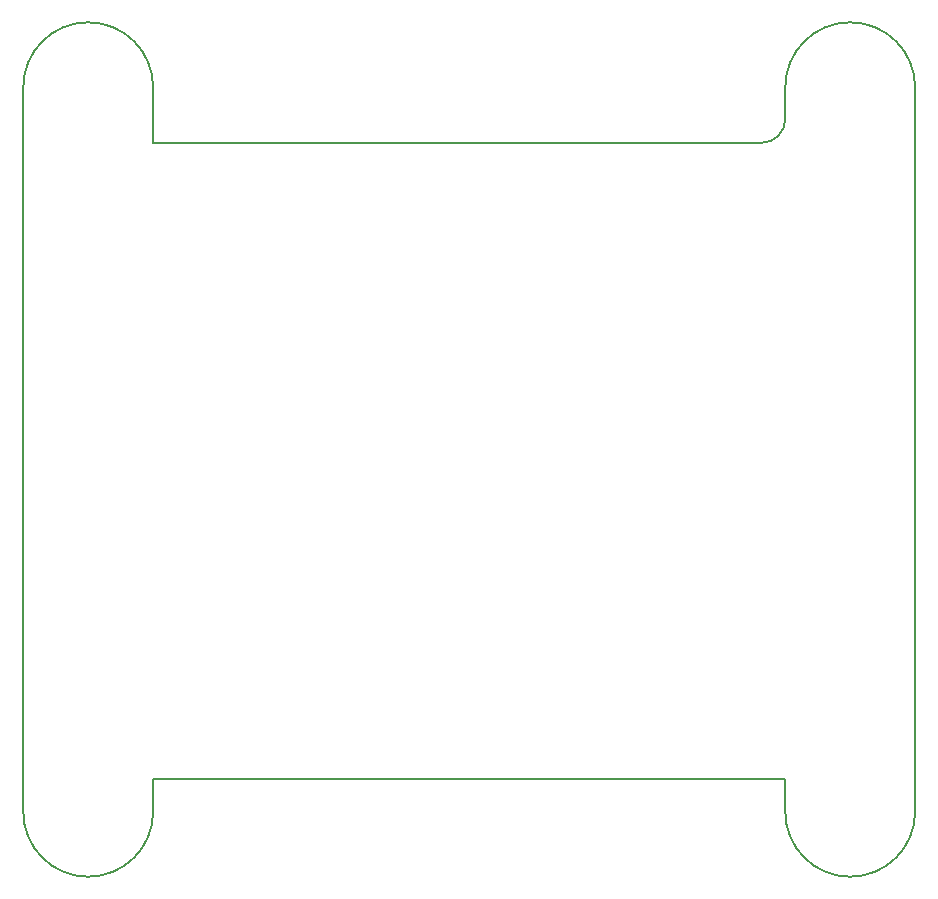
<source format=gbr>
%TF.GenerationSoftware,KiCad,Pcbnew,7.0.2*%
%TF.CreationDate,2024-05-01T19:32:08+01:00*%
%TF.ProjectId,PowerButtonPi,506f7765-7242-4757-9474-6f6e50692e6b,rev?*%
%TF.SameCoordinates,Original*%
%TF.FileFunction,Profile,NP*%
%FSLAX46Y46*%
G04 Gerber Fmt 4.6, Leading zero omitted, Abs format (unit mm)*
G04 Created by KiCad (PCBNEW 7.0.2) date 2024-05-01 19:32:08*
%MOMM*%
%LPD*%
G01*
G04 APERTURE LIST*
%TA.AperFunction,Profile*%
%ADD10C,0.150000*%
%TD*%
G04 APERTURE END LIST*
D10*
X118275998Y-31369000D02*
X169792002Y-31369000D01*
X107276000Y-88011000D02*
X107276000Y-26670000D01*
X118275998Y-26670000D02*
X118275998Y-31369000D01*
X171792002Y-88011000D02*
X171792002Y-85261000D01*
X107276000Y-88011000D02*
G75*
G03*
X112776000Y-93511000I5500000J0D01*
G01*
X171792002Y-26670000D02*
X171792002Y-29369000D01*
X182792000Y-26670000D02*
X182792000Y-88011000D01*
X171792000Y-88011000D02*
G75*
G03*
X177292000Y-93511000I5500000J0D01*
G01*
X182792000Y-26670000D02*
G75*
G03*
X177292000Y-21170000I-5500000J0D01*
G01*
X169792002Y-31369002D02*
G75*
G03*
X171792002Y-29369000I-2J2000002D01*
G01*
X177292000Y-21170002D02*
G75*
G03*
X171792002Y-26670000I0J-5499998D01*
G01*
X118276000Y-26670000D02*
G75*
G03*
X112776000Y-21170000I-5500000J0D01*
G01*
X118275998Y-85261000D02*
X171792002Y-85261000D01*
X112776000Y-93510998D02*
G75*
G03*
X118275998Y-88011000I0J5499998D01*
G01*
X118275998Y-88011000D02*
X118275998Y-85261000D01*
X177292000Y-93511000D02*
G75*
G03*
X182792000Y-88011000I0J5500000D01*
G01*
X112776000Y-21170000D02*
G75*
G03*
X107276000Y-26670000I0J-5500000D01*
G01*
M02*

</source>
